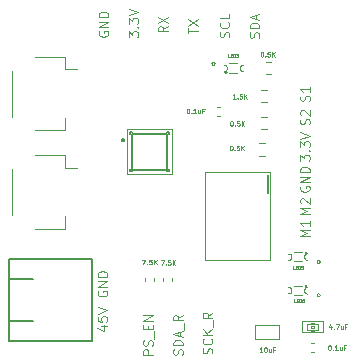
<source format=gbr>
%TF.GenerationSoftware,Flux,Pcbnew,7.0.11-7.0.11~ubuntu20.04.1*%
%TF.CreationDate,2025-02-06T22:25:38+00:00*%
%TF.ProjectId,input,696e7075-742e-46b6-9963-61645f706362,rev?*%
%TF.SameCoordinates,Original*%
%TF.FileFunction,Legend,Top*%
%TF.FilePolarity,Positive*%
%FSLAX46Y46*%
G04 Gerber Fmt 4.6, Leading zero omitted, Abs format (unit mm)*
G04 Filename: driverv4release*
G04 Build it with Flux! Visit our site at: https://www.flux.ai (PCBNEW 7.0.11-7.0.11~ubuntu20.04.1) date 2025-02-06 22:25:38*
%MOMM*%
%LPD*%
G01*
G04 APERTURE LIST*
%ADD10C,0.095000*%
%ADD11C,0.030448*%
%ADD12C,0.030429*%
%ADD13C,0.023750*%
%ADD14C,0.120650*%
%ADD15C,0.047500*%
%ADD16C,0.101600*%
%ADD17C,0.050800*%
%ADD18C,0.100000*%
%ADD19C,0.120000*%
%ADD20C,0.050000*%
%ADD21C,0.200000*%
%ADD22C,0.127000*%
G04 APERTURE END LIST*
D10*
X11661255Y-2188223D02*
X10861255Y-2188223D01*
X10861255Y-2188223D02*
X11432683Y-1921557D01*
X11432683Y-1921557D02*
X10861255Y-1654890D01*
X10861255Y-1654890D02*
X11661255Y-1654890D01*
X11661255Y-854890D02*
X11661255Y-1312033D01*
X11661255Y-1083461D02*
X10861255Y-1083461D01*
X10861255Y-1083461D02*
X10975540Y-1159652D01*
X10975540Y-1159652D02*
X11051731Y-1235842D01*
X11051731Y-1235842D02*
X11089826Y-1312033D01*
X11661255Y-283461D02*
X10861255Y-283461D01*
X10861255Y-283461D02*
X11432683Y-16795D01*
X11432683Y-16795D02*
X10861255Y249871D01*
X10861255Y249871D02*
X11661255Y249871D01*
X10937445Y592728D02*
X10899350Y630824D01*
X10899350Y630824D02*
X10861255Y707014D01*
X10861255Y707014D02*
X10861255Y897490D01*
X10861255Y897490D02*
X10899350Y973681D01*
X10899350Y973681D02*
X10937445Y1011776D01*
X10937445Y1011776D02*
X11013636Y1049871D01*
X11013636Y1049871D02*
X11089826Y1049871D01*
X11089826Y1049871D02*
X11204112Y1011776D01*
X11204112Y1011776D02*
X11661255Y554633D01*
X11661255Y554633D02*
X11661255Y1049871D01*
X10899350Y2040347D02*
X10861255Y1964157D01*
X10861255Y1964157D02*
X10861255Y1849871D01*
X10861255Y1849871D02*
X10899350Y1735585D01*
X10899350Y1735585D02*
X10975540Y1659395D01*
X10975540Y1659395D02*
X11051731Y1621300D01*
X11051731Y1621300D02*
X11204112Y1583204D01*
X11204112Y1583204D02*
X11318398Y1583204D01*
X11318398Y1583204D02*
X11470779Y1621300D01*
X11470779Y1621300D02*
X11546969Y1659395D01*
X11546969Y1659395D02*
X11623160Y1735585D01*
X11623160Y1735585D02*
X11661255Y1849871D01*
X11661255Y1849871D02*
X11661255Y1926062D01*
X11661255Y1926062D02*
X11623160Y2040347D01*
X11623160Y2040347D02*
X11585064Y2078443D01*
X11585064Y2078443D02*
X11318398Y2078443D01*
X11318398Y2078443D02*
X11318398Y1926062D01*
X11661255Y2421300D02*
X10861255Y2421300D01*
X10861255Y2421300D02*
X11661255Y2878443D01*
X11661255Y2878443D02*
X10861255Y2878443D01*
X11661255Y3259395D02*
X10861255Y3259395D01*
X10861255Y3259395D02*
X10861255Y3449871D01*
X10861255Y3449871D02*
X10899350Y3564157D01*
X10899350Y3564157D02*
X10975540Y3640347D01*
X10975540Y3640347D02*
X11051731Y3678442D01*
X11051731Y3678442D02*
X11204112Y3716538D01*
X11204112Y3716538D02*
X11318398Y3716538D01*
X11318398Y3716538D02*
X11470779Y3678442D01*
X11470779Y3678442D02*
X11546969Y3640347D01*
X11546969Y3640347D02*
X11623160Y3564157D01*
X11623160Y3564157D02*
X11661255Y3449871D01*
X11661255Y3449871D02*
X11661255Y3259395D01*
X10861255Y4211775D02*
X10861255Y4707013D01*
X10861255Y4707013D02*
X11166017Y4440347D01*
X11166017Y4440347D02*
X11166017Y4554632D01*
X11166017Y4554632D02*
X11204112Y4630823D01*
X11204112Y4630823D02*
X11242207Y4668918D01*
X11242207Y4668918D02*
X11318398Y4707013D01*
X11318398Y4707013D02*
X11508874Y4707013D01*
X11508874Y4707013D02*
X11585064Y4668918D01*
X11585064Y4668918D02*
X11623160Y4630823D01*
X11623160Y4630823D02*
X11661255Y4554632D01*
X11661255Y4554632D02*
X11661255Y4326061D01*
X11661255Y4326061D02*
X11623160Y4249870D01*
X11623160Y4249870D02*
X11585064Y4211775D01*
X11585064Y5049871D02*
X11623160Y5087966D01*
X11623160Y5087966D02*
X11661255Y5049871D01*
X11661255Y5049871D02*
X11623160Y5011775D01*
X11623160Y5011775D02*
X11585064Y5049871D01*
X11585064Y5049871D02*
X11661255Y5049871D01*
X10861255Y5354632D02*
X10861255Y5849870D01*
X10861255Y5849870D02*
X11166017Y5583204D01*
X11166017Y5583204D02*
X11166017Y5697489D01*
X11166017Y5697489D02*
X11204112Y5773680D01*
X11204112Y5773680D02*
X11242207Y5811775D01*
X11242207Y5811775D02*
X11318398Y5849870D01*
X11318398Y5849870D02*
X11508874Y5849870D01*
X11508874Y5849870D02*
X11585064Y5811775D01*
X11585064Y5811775D02*
X11623160Y5773680D01*
X11623160Y5773680D02*
X11661255Y5697489D01*
X11661255Y5697489D02*
X11661255Y5468918D01*
X11661255Y5468918D02*
X11623160Y5392727D01*
X11623160Y5392727D02*
X11585064Y5354632D01*
X10861255Y6078442D02*
X11661255Y6345109D01*
X11661255Y6345109D02*
X10861255Y6611775D01*
X11623160Y7297488D02*
X11661255Y7411774D01*
X11661255Y7411774D02*
X11661255Y7602250D01*
X11661255Y7602250D02*
X11623160Y7678441D01*
X11623160Y7678441D02*
X11585064Y7716536D01*
X11585064Y7716536D02*
X11508874Y7754631D01*
X11508874Y7754631D02*
X11432683Y7754631D01*
X11432683Y7754631D02*
X11356493Y7716536D01*
X11356493Y7716536D02*
X11318398Y7678441D01*
X11318398Y7678441D02*
X11280302Y7602250D01*
X11280302Y7602250D02*
X11242207Y7449869D01*
X11242207Y7449869D02*
X11204112Y7373679D01*
X11204112Y7373679D02*
X11166017Y7335584D01*
X11166017Y7335584D02*
X11089826Y7297488D01*
X11089826Y7297488D02*
X11013636Y7297488D01*
X11013636Y7297488D02*
X10937445Y7335584D01*
X10937445Y7335584D02*
X10899350Y7373679D01*
X10899350Y7373679D02*
X10861255Y7449869D01*
X10861255Y7449869D02*
X10861255Y7640346D01*
X10861255Y7640346D02*
X10899350Y7754631D01*
X10937445Y8059393D02*
X10899350Y8097489D01*
X10899350Y8097489D02*
X10861255Y8173679D01*
X10861255Y8173679D02*
X10861255Y8364155D01*
X10861255Y8364155D02*
X10899350Y8440346D01*
X10899350Y8440346D02*
X10937445Y8478441D01*
X10937445Y8478441D02*
X11013636Y8516536D01*
X11013636Y8516536D02*
X11089826Y8516536D01*
X11089826Y8516536D02*
X11204112Y8478441D01*
X11204112Y8478441D02*
X11661255Y8021298D01*
X11661255Y8021298D02*
X11661255Y8516536D01*
X11623160Y9278440D02*
X11661255Y9392726D01*
X11661255Y9392726D02*
X11661255Y9583202D01*
X11661255Y9583202D02*
X11623160Y9659393D01*
X11623160Y9659393D02*
X11585064Y9697488D01*
X11585064Y9697488D02*
X11508874Y9735583D01*
X11508874Y9735583D02*
X11432683Y9735583D01*
X11432683Y9735583D02*
X11356493Y9697488D01*
X11356493Y9697488D02*
X11318398Y9659393D01*
X11318398Y9659393D02*
X11280302Y9583202D01*
X11280302Y9583202D02*
X11242207Y9430821D01*
X11242207Y9430821D02*
X11204112Y9354631D01*
X11204112Y9354631D02*
X11166017Y9316536D01*
X11166017Y9316536D02*
X11089826Y9278440D01*
X11089826Y9278440D02*
X11013636Y9278440D01*
X11013636Y9278440D02*
X10937445Y9316536D01*
X10937445Y9316536D02*
X10899350Y9354631D01*
X10899350Y9354631D02*
X10861255Y9430821D01*
X10861255Y9430821D02*
X10861255Y9621298D01*
X10861255Y9621298D02*
X10899350Y9735583D01*
X11661255Y10497488D02*
X11661255Y10040345D01*
X11661255Y10268917D02*
X10861255Y10268917D01*
X10861255Y10268917D02*
X10975540Y10192726D01*
X10975540Y10192726D02*
X11051731Y10116536D01*
X11051731Y10116536D02*
X11089826Y10040345D01*
X1382855Y15005390D02*
X1382855Y15462533D01*
X2182855Y15233961D02*
X1382855Y15233961D01*
X1382855Y15653009D02*
X2182855Y16186343D01*
X1382855Y16186343D02*
X2182855Y15653009D01*
X3374960Y-12103919D02*
X3413055Y-11989633D01*
X3413055Y-11989633D02*
X3413055Y-11799157D01*
X3413055Y-11799157D02*
X3374960Y-11722966D01*
X3374960Y-11722966D02*
X3336864Y-11684871D01*
X3336864Y-11684871D02*
X3260674Y-11646776D01*
X3260674Y-11646776D02*
X3184483Y-11646776D01*
X3184483Y-11646776D02*
X3108293Y-11684871D01*
X3108293Y-11684871D02*
X3070198Y-11722966D01*
X3070198Y-11722966D02*
X3032102Y-11799157D01*
X3032102Y-11799157D02*
X2994007Y-11951538D01*
X2994007Y-11951538D02*
X2955912Y-12027728D01*
X2955912Y-12027728D02*
X2917817Y-12065823D01*
X2917817Y-12065823D02*
X2841626Y-12103919D01*
X2841626Y-12103919D02*
X2765436Y-12103919D01*
X2765436Y-12103919D02*
X2689245Y-12065823D01*
X2689245Y-12065823D02*
X2651150Y-12027728D01*
X2651150Y-12027728D02*
X2613055Y-11951538D01*
X2613055Y-11951538D02*
X2613055Y-11761061D01*
X2613055Y-11761061D02*
X2651150Y-11646776D01*
X3336864Y-10846775D02*
X3374960Y-10884871D01*
X3374960Y-10884871D02*
X3413055Y-10999156D01*
X3413055Y-10999156D02*
X3413055Y-11075347D01*
X3413055Y-11075347D02*
X3374960Y-11189633D01*
X3374960Y-11189633D02*
X3298769Y-11265823D01*
X3298769Y-11265823D02*
X3222579Y-11303918D01*
X3222579Y-11303918D02*
X3070198Y-11342014D01*
X3070198Y-11342014D02*
X2955912Y-11342014D01*
X2955912Y-11342014D02*
X2803531Y-11303918D01*
X2803531Y-11303918D02*
X2727340Y-11265823D01*
X2727340Y-11265823D02*
X2651150Y-11189633D01*
X2651150Y-11189633D02*
X2613055Y-11075347D01*
X2613055Y-11075347D02*
X2613055Y-10999156D01*
X2613055Y-10999156D02*
X2651150Y-10884871D01*
X2651150Y-10884871D02*
X2689245Y-10846775D01*
X3413055Y-10503918D02*
X2613055Y-10503918D01*
X3413055Y-10046775D02*
X2955912Y-10389633D01*
X2613055Y-10046775D02*
X3070198Y-10503918D01*
X3489245Y-9894395D02*
X3489245Y-9284871D01*
X3413055Y-8637251D02*
X3032102Y-8903918D01*
X3413055Y-9094394D02*
X2613055Y-9094394D01*
X2613055Y-9094394D02*
X2613055Y-8789632D01*
X2613055Y-8789632D02*
X2651150Y-8713442D01*
X2651150Y-8713442D02*
X2689245Y-8675347D01*
X2689245Y-8675347D02*
X2765436Y-8637251D01*
X2765436Y-8637251D02*
X2879721Y-8637251D01*
X2879721Y-8637251D02*
X2955912Y-8675347D01*
X2955912Y-8675347D02*
X2994007Y-8713442D01*
X2994007Y-8713442D02*
X3032102Y-8789632D01*
X3032102Y-8789632D02*
X3032102Y-9094394D01*
X-6005278Y-9793266D02*
X-5471944Y-9793266D01*
X-6310040Y-9983742D02*
X-5738611Y-10174219D01*
X-5738611Y-10174219D02*
X-5738611Y-9678980D01*
X-6271944Y-8993266D02*
X-6271944Y-9374218D01*
X-6271944Y-9374218D02*
X-5890992Y-9412314D01*
X-5890992Y-9412314D02*
X-5929087Y-9374218D01*
X-5929087Y-9374218D02*
X-5967182Y-9298028D01*
X-5967182Y-9298028D02*
X-5967182Y-9107552D01*
X-5967182Y-9107552D02*
X-5929087Y-9031361D01*
X-5929087Y-9031361D02*
X-5890992Y-8993266D01*
X-5890992Y-8993266D02*
X-5814801Y-8955171D01*
X-5814801Y-8955171D02*
X-5624325Y-8955171D01*
X-5624325Y-8955171D02*
X-5548135Y-8993266D01*
X-5548135Y-8993266D02*
X-5510040Y-9031361D01*
X-5510040Y-9031361D02*
X-5471944Y-9107552D01*
X-5471944Y-9107552D02*
X-5471944Y-9298028D01*
X-5471944Y-9298028D02*
X-5510040Y-9374218D01*
X-5510040Y-9374218D02*
X-5548135Y-9412314D01*
X-6271944Y-8726599D02*
X-5471944Y-8459932D01*
X-5471944Y-8459932D02*
X-6271944Y-8193266D01*
X-6233849Y-6821839D02*
X-6271944Y-6898029D01*
X-6271944Y-6898029D02*
X-6271944Y-7012315D01*
X-6271944Y-7012315D02*
X-6233849Y-7126601D01*
X-6233849Y-7126601D02*
X-6157659Y-7202791D01*
X-6157659Y-7202791D02*
X-6081468Y-7240886D01*
X-6081468Y-7240886D02*
X-5929087Y-7278982D01*
X-5929087Y-7278982D02*
X-5814801Y-7278982D01*
X-5814801Y-7278982D02*
X-5662420Y-7240886D01*
X-5662420Y-7240886D02*
X-5586230Y-7202791D01*
X-5586230Y-7202791D02*
X-5510040Y-7126601D01*
X-5510040Y-7126601D02*
X-5471944Y-7012315D01*
X-5471944Y-7012315D02*
X-5471944Y-6936124D01*
X-5471944Y-6936124D02*
X-5510040Y-6821839D01*
X-5510040Y-6821839D02*
X-5548135Y-6783743D01*
X-5548135Y-6783743D02*
X-5814801Y-6783743D01*
X-5814801Y-6783743D02*
X-5814801Y-6936124D01*
X-5471944Y-6440886D02*
X-6271944Y-6440886D01*
X-6271944Y-6440886D02*
X-5471944Y-5983743D01*
X-5471944Y-5983743D02*
X-6271944Y-5983743D01*
X-5471944Y-5602791D02*
X-6271944Y-5602791D01*
X-6271944Y-5602791D02*
X-6271944Y-5412315D01*
X-6271944Y-5412315D02*
X-6233849Y-5298029D01*
X-6233849Y-5298029D02*
X-6157659Y-5221839D01*
X-6157659Y-5221839D02*
X-6081468Y-5183744D01*
X-6081468Y-5183744D02*
X-5929087Y-5145648D01*
X-5929087Y-5145648D02*
X-5814801Y-5145648D01*
X-5814801Y-5145648D02*
X-5662420Y-5183744D01*
X-5662420Y-5183744D02*
X-5586230Y-5221839D01*
X-5586230Y-5221839D02*
X-5510040Y-5298029D01*
X-5510040Y-5298029D02*
X-5471944Y-5412315D01*
X-5471944Y-5412315D02*
X-5471944Y-5602791D01*
X881360Y-12207519D02*
X919455Y-12093233D01*
X919455Y-12093233D02*
X919455Y-11902757D01*
X919455Y-11902757D02*
X881360Y-11826566D01*
X881360Y-11826566D02*
X843264Y-11788471D01*
X843264Y-11788471D02*
X767074Y-11750376D01*
X767074Y-11750376D02*
X690883Y-11750376D01*
X690883Y-11750376D02*
X614693Y-11788471D01*
X614693Y-11788471D02*
X576598Y-11826566D01*
X576598Y-11826566D02*
X538502Y-11902757D01*
X538502Y-11902757D02*
X500407Y-12055138D01*
X500407Y-12055138D02*
X462312Y-12131328D01*
X462312Y-12131328D02*
X424217Y-12169423D01*
X424217Y-12169423D02*
X348026Y-12207519D01*
X348026Y-12207519D02*
X271836Y-12207519D01*
X271836Y-12207519D02*
X195645Y-12169423D01*
X195645Y-12169423D02*
X157550Y-12131328D01*
X157550Y-12131328D02*
X119455Y-12055138D01*
X119455Y-12055138D02*
X119455Y-11864661D01*
X119455Y-11864661D02*
X157550Y-11750376D01*
X919455Y-11407518D02*
X119455Y-11407518D01*
X119455Y-11407518D02*
X119455Y-11217042D01*
X119455Y-11217042D02*
X157550Y-11102756D01*
X157550Y-11102756D02*
X233740Y-11026566D01*
X233740Y-11026566D02*
X309931Y-10988471D01*
X309931Y-10988471D02*
X462312Y-10950375D01*
X462312Y-10950375D02*
X576598Y-10950375D01*
X576598Y-10950375D02*
X728979Y-10988471D01*
X728979Y-10988471D02*
X805169Y-11026566D01*
X805169Y-11026566D02*
X881360Y-11102756D01*
X881360Y-11102756D02*
X919455Y-11217042D01*
X919455Y-11217042D02*
X919455Y-11407518D01*
X690883Y-10645614D02*
X690883Y-10264661D01*
X919455Y-10721804D02*
X119455Y-10455137D01*
X119455Y-10455137D02*
X919455Y-10188471D01*
X995645Y-10112281D02*
X995645Y-9502757D01*
X919455Y-8855137D02*
X538502Y-9121804D01*
X919455Y-9312280D02*
X119455Y-9312280D01*
X119455Y-9312280D02*
X119455Y-9007518D01*
X119455Y-9007518D02*
X157550Y-8931328D01*
X157550Y-8931328D02*
X195645Y-8893233D01*
X195645Y-8893233D02*
X271836Y-8855137D01*
X271836Y-8855137D02*
X386121Y-8855137D01*
X386121Y-8855137D02*
X462312Y-8893233D01*
X462312Y-8893233D02*
X500407Y-8931328D01*
X500407Y-8931328D02*
X538502Y-9007518D01*
X538502Y-9007518D02*
X538502Y-9312280D01*
X-1604844Y-12213923D02*
X-2404844Y-12213923D01*
X-2404844Y-12213923D02*
X-2404844Y-11909161D01*
X-2404844Y-11909161D02*
X-2366749Y-11832971D01*
X-2366749Y-11832971D02*
X-2328654Y-11794876D01*
X-2328654Y-11794876D02*
X-2252463Y-11756780D01*
X-2252463Y-11756780D02*
X-2138178Y-11756780D01*
X-2138178Y-11756780D02*
X-2061987Y-11794876D01*
X-2061987Y-11794876D02*
X-2023892Y-11832971D01*
X-2023892Y-11832971D02*
X-1985797Y-11909161D01*
X-1985797Y-11909161D02*
X-1985797Y-12213923D01*
X-1642940Y-11452019D02*
X-1604844Y-11337733D01*
X-1604844Y-11337733D02*
X-1604844Y-11147257D01*
X-1604844Y-11147257D02*
X-1642940Y-11071066D01*
X-1642940Y-11071066D02*
X-1681035Y-11032971D01*
X-1681035Y-11032971D02*
X-1757225Y-10994876D01*
X-1757225Y-10994876D02*
X-1833416Y-10994876D01*
X-1833416Y-10994876D02*
X-1909606Y-11032971D01*
X-1909606Y-11032971D02*
X-1947701Y-11071066D01*
X-1947701Y-11071066D02*
X-1985797Y-11147257D01*
X-1985797Y-11147257D02*
X-2023892Y-11299638D01*
X-2023892Y-11299638D02*
X-2061987Y-11375828D01*
X-2061987Y-11375828D02*
X-2100082Y-11413923D01*
X-2100082Y-11413923D02*
X-2176273Y-11452019D01*
X-2176273Y-11452019D02*
X-2252463Y-11452019D01*
X-2252463Y-11452019D02*
X-2328654Y-11413923D01*
X-2328654Y-11413923D02*
X-2366749Y-11375828D01*
X-2366749Y-11375828D02*
X-2404844Y-11299638D01*
X-2404844Y-11299638D02*
X-2404844Y-11109161D01*
X-2404844Y-11109161D02*
X-2366749Y-10994876D01*
X-1528654Y-10842495D02*
X-1528654Y-10232971D01*
X-2023892Y-10042494D02*
X-2023892Y-9775828D01*
X-1604844Y-9661542D02*
X-1604844Y-10042494D01*
X-1604844Y-10042494D02*
X-2404844Y-10042494D01*
X-2404844Y-10042494D02*
X-2404844Y-9661542D01*
X-1604844Y-9318684D02*
X-2404844Y-9318684D01*
X-2404844Y-9318684D02*
X-1604844Y-8861541D01*
X-1604844Y-8861541D02*
X-2404844Y-8861541D01*
X-360844Y15616019D02*
X-741797Y15349352D01*
X-360844Y15158876D02*
X-1160844Y15158876D01*
X-1160844Y15158876D02*
X-1160844Y15463638D01*
X-1160844Y15463638D02*
X-1122749Y15539828D01*
X-1122749Y15539828D02*
X-1084654Y15577923D01*
X-1084654Y15577923D02*
X-1008463Y15616019D01*
X-1008463Y15616019D02*
X-894178Y15616019D01*
X-894178Y15616019D02*
X-817987Y15577923D01*
X-817987Y15577923D02*
X-779892Y15539828D01*
X-779892Y15539828D02*
X-741797Y15463638D01*
X-741797Y15463638D02*
X-741797Y15158876D01*
X-1160844Y15882685D02*
X-360844Y16416019D01*
X-1160844Y16416019D02*
X-360844Y15882685D01*
X-3651044Y14666585D02*
X-3651044Y15161823D01*
X-3651044Y15161823D02*
X-3346282Y14895157D01*
X-3346282Y14895157D02*
X-3346282Y15009442D01*
X-3346282Y15009442D02*
X-3308187Y15085633D01*
X-3308187Y15085633D02*
X-3270092Y15123728D01*
X-3270092Y15123728D02*
X-3193901Y15161823D01*
X-3193901Y15161823D02*
X-3003425Y15161823D01*
X-3003425Y15161823D02*
X-2927235Y15123728D01*
X-2927235Y15123728D02*
X-2889140Y15085633D01*
X-2889140Y15085633D02*
X-2851044Y15009442D01*
X-2851044Y15009442D02*
X-2851044Y14780871D01*
X-2851044Y14780871D02*
X-2889140Y14704680D01*
X-2889140Y14704680D02*
X-2927235Y14666585D01*
X-2927235Y15504681D02*
X-2889140Y15542776D01*
X-2889140Y15542776D02*
X-2851044Y15504681D01*
X-2851044Y15504681D02*
X-2889140Y15466585D01*
X-2889140Y15466585D02*
X-2927235Y15504681D01*
X-2927235Y15504681D02*
X-2851044Y15504681D01*
X-3651044Y15809442D02*
X-3651044Y16304680D01*
X-3651044Y16304680D02*
X-3346282Y16038014D01*
X-3346282Y16038014D02*
X-3346282Y16152299D01*
X-3346282Y16152299D02*
X-3308187Y16228490D01*
X-3308187Y16228490D02*
X-3270092Y16266585D01*
X-3270092Y16266585D02*
X-3193901Y16304680D01*
X-3193901Y16304680D02*
X-3003425Y16304680D01*
X-3003425Y16304680D02*
X-2927235Y16266585D01*
X-2927235Y16266585D02*
X-2889140Y16228490D01*
X-2889140Y16228490D02*
X-2851044Y16152299D01*
X-2851044Y16152299D02*
X-2851044Y15923728D01*
X-2851044Y15923728D02*
X-2889140Y15847537D01*
X-2889140Y15847537D02*
X-2927235Y15809442D01*
X-3651044Y16533252D02*
X-2851044Y16799919D01*
X-2851044Y16799919D02*
X-3651044Y17066585D01*
X4823860Y14681680D02*
X4861955Y14795966D01*
X4861955Y14795966D02*
X4861955Y14986442D01*
X4861955Y14986442D02*
X4823860Y15062633D01*
X4823860Y15062633D02*
X4785764Y15100728D01*
X4785764Y15100728D02*
X4709574Y15138823D01*
X4709574Y15138823D02*
X4633383Y15138823D01*
X4633383Y15138823D02*
X4557193Y15100728D01*
X4557193Y15100728D02*
X4519098Y15062633D01*
X4519098Y15062633D02*
X4481002Y14986442D01*
X4481002Y14986442D02*
X4442907Y14834061D01*
X4442907Y14834061D02*
X4404812Y14757871D01*
X4404812Y14757871D02*
X4366717Y14719776D01*
X4366717Y14719776D02*
X4290526Y14681680D01*
X4290526Y14681680D02*
X4214336Y14681680D01*
X4214336Y14681680D02*
X4138145Y14719776D01*
X4138145Y14719776D02*
X4100050Y14757871D01*
X4100050Y14757871D02*
X4061955Y14834061D01*
X4061955Y14834061D02*
X4061955Y15024538D01*
X4061955Y15024538D02*
X4100050Y15138823D01*
X4785764Y15938824D02*
X4823860Y15900728D01*
X4823860Y15900728D02*
X4861955Y15786443D01*
X4861955Y15786443D02*
X4861955Y15710252D01*
X4861955Y15710252D02*
X4823860Y15595966D01*
X4823860Y15595966D02*
X4747669Y15519776D01*
X4747669Y15519776D02*
X4671479Y15481681D01*
X4671479Y15481681D02*
X4519098Y15443585D01*
X4519098Y15443585D02*
X4404812Y15443585D01*
X4404812Y15443585D02*
X4252431Y15481681D01*
X4252431Y15481681D02*
X4176240Y15519776D01*
X4176240Y15519776D02*
X4100050Y15595966D01*
X4100050Y15595966D02*
X4061955Y15710252D01*
X4061955Y15710252D02*
X4061955Y15786443D01*
X4061955Y15786443D02*
X4100050Y15900728D01*
X4100050Y15900728D02*
X4138145Y15938824D01*
X4861955Y16662633D02*
X4861955Y16281681D01*
X4861955Y16281681D02*
X4061955Y16281681D01*
X-6148749Y15158723D02*
X-6186844Y15082533D01*
X-6186844Y15082533D02*
X-6186844Y14968247D01*
X-6186844Y14968247D02*
X-6148749Y14853961D01*
X-6148749Y14853961D02*
X-6072559Y14777771D01*
X-6072559Y14777771D02*
X-5996368Y14739676D01*
X-5996368Y14739676D02*
X-5843987Y14701580D01*
X-5843987Y14701580D02*
X-5729701Y14701580D01*
X-5729701Y14701580D02*
X-5577320Y14739676D01*
X-5577320Y14739676D02*
X-5501130Y14777771D01*
X-5501130Y14777771D02*
X-5424940Y14853961D01*
X-5424940Y14853961D02*
X-5386844Y14968247D01*
X-5386844Y14968247D02*
X-5386844Y15044438D01*
X-5386844Y15044438D02*
X-5424940Y15158723D01*
X-5424940Y15158723D02*
X-5463035Y15196819D01*
X-5463035Y15196819D02*
X-5729701Y15196819D01*
X-5729701Y15196819D02*
X-5729701Y15044438D01*
X-5386844Y15539676D02*
X-6186844Y15539676D01*
X-6186844Y15539676D02*
X-5386844Y15996819D01*
X-5386844Y15996819D02*
X-6186844Y15996819D01*
X-5386844Y16377771D02*
X-6186844Y16377771D01*
X-6186844Y16377771D02*
X-6186844Y16568247D01*
X-6186844Y16568247D02*
X-6148749Y16682533D01*
X-6148749Y16682533D02*
X-6072559Y16758723D01*
X-6072559Y16758723D02*
X-5996368Y16796818D01*
X-5996368Y16796818D02*
X-5843987Y16834914D01*
X-5843987Y16834914D02*
X-5729701Y16834914D01*
X-5729701Y16834914D02*
X-5577320Y16796818D01*
X-5577320Y16796818D02*
X-5501130Y16758723D01*
X-5501130Y16758723D02*
X-5424940Y16682533D01*
X-5424940Y16682533D02*
X-5386844Y16568247D01*
X-5386844Y16568247D02*
X-5386844Y16377771D01*
X7338060Y14613880D02*
X7376155Y14728166D01*
X7376155Y14728166D02*
X7376155Y14918642D01*
X7376155Y14918642D02*
X7338060Y14994833D01*
X7338060Y14994833D02*
X7299964Y15032928D01*
X7299964Y15032928D02*
X7223774Y15071023D01*
X7223774Y15071023D02*
X7147583Y15071023D01*
X7147583Y15071023D02*
X7071393Y15032928D01*
X7071393Y15032928D02*
X7033298Y14994833D01*
X7033298Y14994833D02*
X6995202Y14918642D01*
X6995202Y14918642D02*
X6957107Y14766261D01*
X6957107Y14766261D02*
X6919012Y14690071D01*
X6919012Y14690071D02*
X6880917Y14651976D01*
X6880917Y14651976D02*
X6804726Y14613880D01*
X6804726Y14613880D02*
X6728536Y14613880D01*
X6728536Y14613880D02*
X6652345Y14651976D01*
X6652345Y14651976D02*
X6614250Y14690071D01*
X6614250Y14690071D02*
X6576155Y14766261D01*
X6576155Y14766261D02*
X6576155Y14956738D01*
X6576155Y14956738D02*
X6614250Y15071023D01*
X7376155Y15413881D02*
X6576155Y15413881D01*
X6576155Y15413881D02*
X6576155Y15604357D01*
X6576155Y15604357D02*
X6614250Y15718643D01*
X6614250Y15718643D02*
X6690440Y15794833D01*
X6690440Y15794833D02*
X6766631Y15832928D01*
X6766631Y15832928D02*
X6919012Y15871024D01*
X6919012Y15871024D02*
X7033298Y15871024D01*
X7033298Y15871024D02*
X7185679Y15832928D01*
X7185679Y15832928D02*
X7261869Y15794833D01*
X7261869Y15794833D02*
X7338060Y15718643D01*
X7338060Y15718643D02*
X7376155Y15604357D01*
X7376155Y15604357D02*
X7376155Y15413881D01*
X7147583Y16175785D02*
X7147583Y16556738D01*
X7376155Y16099595D02*
X6576155Y16366262D01*
X6576155Y16366262D02*
X7376155Y16632928D01*
D11*
D12*
X10483153Y-7757558D02*
X10361134Y-7757558D01*
X10361134Y-7757558D02*
X10361134Y-7501318D01*
X10568566Y-7623337D02*
X10653979Y-7623337D01*
X10690585Y-7757558D02*
X10568566Y-7757558D01*
X10568566Y-7757558D02*
X10568566Y-7501318D01*
X10568566Y-7501318D02*
X10690585Y-7501318D01*
X10800402Y-7757558D02*
X10800402Y-7501318D01*
X10800402Y-7501318D02*
X10861412Y-7501318D01*
X10861412Y-7501318D02*
X10898017Y-7513520D01*
X10898017Y-7513520D02*
X10922421Y-7537924D01*
X10922421Y-7537924D02*
X10934623Y-7562328D01*
X10934623Y-7562328D02*
X10946825Y-7611136D01*
X10946825Y-7611136D02*
X10946825Y-7647741D01*
X10946825Y-7647741D02*
X10934623Y-7696549D01*
X10934623Y-7696549D02*
X10922421Y-7720953D01*
X10922421Y-7720953D02*
X10898017Y-7745357D01*
X10898017Y-7745357D02*
X10861412Y-7757558D01*
X10861412Y-7757558D02*
X10800402Y-7757558D01*
X11166459Y-7501318D02*
X11117652Y-7501318D01*
X11117652Y-7501318D02*
X11093248Y-7513520D01*
X11093248Y-7513520D02*
X11081046Y-7525722D01*
X11081046Y-7525722D02*
X11056642Y-7562328D01*
X11056642Y-7562328D02*
X11044440Y-7611136D01*
X11044440Y-7611136D02*
X11044440Y-7708751D01*
X11044440Y-7708751D02*
X11056642Y-7733155D01*
X11056642Y-7733155D02*
X11068844Y-7745357D01*
X11068844Y-7745357D02*
X11093248Y-7757558D01*
X11093248Y-7757558D02*
X11142055Y-7757558D01*
X11142055Y-7757558D02*
X11166459Y-7745357D01*
X11166459Y-7745357D02*
X11178661Y-7733155D01*
X11178661Y-7733155D02*
X11190863Y-7708751D01*
X11190863Y-7708751D02*
X11190863Y-7647741D01*
X11190863Y-7647741D02*
X11178661Y-7623337D01*
X11178661Y-7623337D02*
X11166459Y-7611136D01*
X11166459Y-7611136D02*
X11142055Y-7598934D01*
X11142055Y-7598934D02*
X11093248Y-7598934D01*
X11093248Y-7598934D02*
X11068844Y-7611136D01*
X11068844Y-7611136D02*
X11056642Y-7623337D01*
X11056642Y-7623337D02*
X11044440Y-7647741D01*
D10*
D13*
X11877466Y-9921641D02*
X11867942Y-9931165D01*
X11867942Y-9931165D02*
X11839371Y-9940688D01*
X11839371Y-9940688D02*
X11820323Y-9940688D01*
X11820323Y-9940688D02*
X11791752Y-9931165D01*
X11791752Y-9931165D02*
X11772704Y-9912117D01*
X11772704Y-9912117D02*
X11763181Y-9893069D01*
X11763181Y-9893069D02*
X11753657Y-9854974D01*
X11753657Y-9854974D02*
X11753657Y-9826403D01*
X11753657Y-9826403D02*
X11763181Y-9788307D01*
X11763181Y-9788307D02*
X11772704Y-9769260D01*
X11772704Y-9769260D02*
X11791752Y-9750212D01*
X11791752Y-9750212D02*
X11820323Y-9740688D01*
X11820323Y-9740688D02*
X11839371Y-9740688D01*
X11839371Y-9740688D02*
X11867942Y-9750212D01*
X11867942Y-9750212D02*
X11877466Y-9759736D01*
X11953657Y-9759736D02*
X11963181Y-9750212D01*
X11963181Y-9750212D02*
X11982228Y-9740688D01*
X11982228Y-9740688D02*
X12029847Y-9740688D01*
X12029847Y-9740688D02*
X12048895Y-9750212D01*
X12048895Y-9750212D02*
X12058419Y-9759736D01*
X12058419Y-9759736D02*
X12067942Y-9778784D01*
X12067942Y-9778784D02*
X12067942Y-9797831D01*
X12067942Y-9797831D02*
X12058419Y-9826403D01*
X12058419Y-9826403D02*
X11944133Y-9940688D01*
X11944133Y-9940688D02*
X12067942Y-9940688D01*
D11*
D12*
X4898655Y12996441D02*
X4776636Y12996441D01*
X4776636Y12996441D02*
X4776636Y13252681D01*
X4984068Y13130662D02*
X5069481Y13130662D01*
X5106087Y12996441D02*
X4984068Y12996441D01*
X4984068Y12996441D02*
X4984068Y13252681D01*
X4984068Y13252681D02*
X5106087Y13252681D01*
X5215904Y12996441D02*
X5215904Y13252681D01*
X5215904Y13252681D02*
X5276914Y13252681D01*
X5276914Y13252681D02*
X5313519Y13240479D01*
X5313519Y13240479D02*
X5337923Y13216075D01*
X5337923Y13216075D02*
X5350125Y13191671D01*
X5350125Y13191671D02*
X5362327Y13142863D01*
X5362327Y13142863D02*
X5362327Y13106258D01*
X5362327Y13106258D02*
X5350125Y13057450D01*
X5350125Y13057450D02*
X5337923Y13033046D01*
X5337923Y13033046D02*
X5313519Y13008643D01*
X5313519Y13008643D02*
X5276914Y12996441D01*
X5276914Y12996441D02*
X5215904Y12996441D01*
X5447740Y13252681D02*
X5606365Y13252681D01*
X5606365Y13252681D02*
X5520952Y13155065D01*
X5520952Y13155065D02*
X5557557Y13155065D01*
X5557557Y13155065D02*
X5581961Y13142863D01*
X5581961Y13142863D02*
X5594163Y13130662D01*
X5594163Y13130662D02*
X5606365Y13106258D01*
X5606365Y13106258D02*
X5606365Y13045248D01*
X5606365Y13045248D02*
X5594163Y13020844D01*
X5594163Y13020844D02*
X5581961Y13008643D01*
X5581961Y13008643D02*
X5557557Y12996441D01*
X5557557Y12996441D02*
X5484346Y12996441D01*
X5484346Y12996441D02*
X5459942Y13008643D01*
X5459942Y13008643D02*
X5447740Y13020844D01*
D10*
D11*
D12*
X10394053Y-4935658D02*
X10272034Y-4935658D01*
X10272034Y-4935658D02*
X10272034Y-4679418D01*
X10479466Y-4801437D02*
X10564879Y-4801437D01*
X10601485Y-4935658D02*
X10479466Y-4935658D01*
X10479466Y-4935658D02*
X10479466Y-4679418D01*
X10479466Y-4679418D02*
X10601485Y-4679418D01*
X10711302Y-4935658D02*
X10711302Y-4679418D01*
X10711302Y-4679418D02*
X10772312Y-4679418D01*
X10772312Y-4679418D02*
X10808917Y-4691620D01*
X10808917Y-4691620D02*
X10833321Y-4716024D01*
X10833321Y-4716024D02*
X10845523Y-4740428D01*
X10845523Y-4740428D02*
X10857725Y-4789236D01*
X10857725Y-4789236D02*
X10857725Y-4825841D01*
X10857725Y-4825841D02*
X10845523Y-4874649D01*
X10845523Y-4874649D02*
X10833321Y-4899053D01*
X10833321Y-4899053D02*
X10808917Y-4923457D01*
X10808917Y-4923457D02*
X10772312Y-4935658D01*
X10772312Y-4935658D02*
X10711302Y-4935658D01*
X11089561Y-4679418D02*
X10967542Y-4679418D01*
X10967542Y-4679418D02*
X10955340Y-4801437D01*
X10955340Y-4801437D02*
X10967542Y-4789236D01*
X10967542Y-4789236D02*
X10991946Y-4777034D01*
X10991946Y-4777034D02*
X11052955Y-4777034D01*
X11052955Y-4777034D02*
X11077359Y-4789236D01*
X11077359Y-4789236D02*
X11089561Y-4801437D01*
X11089561Y-4801437D02*
X11101763Y-4825841D01*
X11101763Y-4825841D02*
X11101763Y-4886851D01*
X11101763Y-4886851D02*
X11089561Y-4911255D01*
X11089561Y-4911255D02*
X11077359Y-4923457D01*
X11077359Y-4923457D02*
X11052955Y-4935658D01*
X11052955Y-4935658D02*
X10991946Y-4935658D01*
X10991946Y-4935658D02*
X10967542Y-4923457D01*
X10967542Y-4923457D02*
X10955340Y-4911255D01*
D10*
D14*
D10*
D15*
X1353478Y8613122D02*
X1391573Y8613122D01*
X1391573Y8613122D02*
X1429669Y8594074D01*
X1429669Y8594074D02*
X1448716Y8575027D01*
X1448716Y8575027D02*
X1467764Y8536931D01*
X1467764Y8536931D02*
X1486811Y8460741D01*
X1486811Y8460741D02*
X1486811Y8365503D01*
X1486811Y8365503D02*
X1467764Y8289312D01*
X1467764Y8289312D02*
X1448716Y8251217D01*
X1448716Y8251217D02*
X1429669Y8232170D01*
X1429669Y8232170D02*
X1391573Y8213122D01*
X1391573Y8213122D02*
X1353478Y8213122D01*
X1353478Y8213122D02*
X1315383Y8232170D01*
X1315383Y8232170D02*
X1296335Y8251217D01*
X1296335Y8251217D02*
X1277288Y8289312D01*
X1277288Y8289312D02*
X1258240Y8365503D01*
X1258240Y8365503D02*
X1258240Y8460741D01*
X1258240Y8460741D02*
X1277288Y8536931D01*
X1277288Y8536931D02*
X1296335Y8575027D01*
X1296335Y8575027D02*
X1315383Y8594074D01*
X1315383Y8594074D02*
X1353478Y8613122D01*
X1658240Y8251217D02*
X1677287Y8232170D01*
X1677287Y8232170D02*
X1658240Y8213122D01*
X1658240Y8213122D02*
X1639192Y8232170D01*
X1639192Y8232170D02*
X1658240Y8251217D01*
X1658240Y8251217D02*
X1658240Y8213122D01*
X2058239Y8213122D02*
X1829668Y8213122D01*
X1943954Y8213122D02*
X1943954Y8613122D01*
X1943954Y8613122D02*
X1905858Y8555979D01*
X1905858Y8555979D02*
X1867763Y8517884D01*
X1867763Y8517884D02*
X1829668Y8498836D01*
X2401096Y8479789D02*
X2401096Y8213122D01*
X2229668Y8479789D02*
X2229668Y8270265D01*
X2229668Y8270265D02*
X2248715Y8232170D01*
X2248715Y8232170D02*
X2286810Y8213122D01*
X2286810Y8213122D02*
X2343953Y8213122D01*
X2343953Y8213122D02*
X2382049Y8232170D01*
X2382049Y8232170D02*
X2401096Y8251217D01*
X2724906Y8422646D02*
X2591573Y8422646D01*
X2591573Y8213122D02*
X2591573Y8613122D01*
X2591573Y8613122D02*
X2782049Y8613122D01*
X13325378Y-11411477D02*
X13363473Y-11411477D01*
X13363473Y-11411477D02*
X13401569Y-11430525D01*
X13401569Y-11430525D02*
X13420616Y-11449572D01*
X13420616Y-11449572D02*
X13439664Y-11487668D01*
X13439664Y-11487668D02*
X13458711Y-11563858D01*
X13458711Y-11563858D02*
X13458711Y-11659096D01*
X13458711Y-11659096D02*
X13439664Y-11735287D01*
X13439664Y-11735287D02*
X13420616Y-11773382D01*
X13420616Y-11773382D02*
X13401569Y-11792430D01*
X13401569Y-11792430D02*
X13363473Y-11811477D01*
X13363473Y-11811477D02*
X13325378Y-11811477D01*
X13325378Y-11811477D02*
X13287283Y-11792430D01*
X13287283Y-11792430D02*
X13268235Y-11773382D01*
X13268235Y-11773382D02*
X13249188Y-11735287D01*
X13249188Y-11735287D02*
X13230140Y-11659096D01*
X13230140Y-11659096D02*
X13230140Y-11563858D01*
X13230140Y-11563858D02*
X13249188Y-11487668D01*
X13249188Y-11487668D02*
X13268235Y-11449572D01*
X13268235Y-11449572D02*
X13287283Y-11430525D01*
X13287283Y-11430525D02*
X13325378Y-11411477D01*
X13630140Y-11773382D02*
X13649187Y-11792430D01*
X13649187Y-11792430D02*
X13630140Y-11811477D01*
X13630140Y-11811477D02*
X13611092Y-11792430D01*
X13611092Y-11792430D02*
X13630140Y-11773382D01*
X13630140Y-11773382D02*
X13630140Y-11811477D01*
X14030139Y-11811477D02*
X13801568Y-11811477D01*
X13915854Y-11811477D02*
X13915854Y-11411477D01*
X13915854Y-11411477D02*
X13877758Y-11468620D01*
X13877758Y-11468620D02*
X13839663Y-11506715D01*
X13839663Y-11506715D02*
X13801568Y-11525763D01*
X14372996Y-11544810D02*
X14372996Y-11811477D01*
X14201568Y-11544810D02*
X14201568Y-11754334D01*
X14201568Y-11754334D02*
X14220615Y-11792430D01*
X14220615Y-11792430D02*
X14258710Y-11811477D01*
X14258710Y-11811477D02*
X14315853Y-11811477D01*
X14315853Y-11811477D02*
X14353949Y-11792430D01*
X14353949Y-11792430D02*
X14372996Y-11773382D01*
X14696806Y-11601953D02*
X14563473Y-11601953D01*
X14563473Y-11811477D02*
X14563473Y-11411477D01*
X14563473Y-11411477D02*
X14753949Y-11411477D01*
X13504816Y-9768610D02*
X13504816Y-10035277D01*
X13409578Y-9616230D02*
X13314340Y-9901944D01*
X13314340Y-9901944D02*
X13561959Y-9901944D01*
X13714340Y-9997182D02*
X13733387Y-10016230D01*
X13733387Y-10016230D02*
X13714340Y-10035277D01*
X13714340Y-10035277D02*
X13695292Y-10016230D01*
X13695292Y-10016230D02*
X13714340Y-9997182D01*
X13714340Y-9997182D02*
X13714340Y-10035277D01*
X13866720Y-9635277D02*
X14133387Y-9635277D01*
X14133387Y-9635277D02*
X13961958Y-10035277D01*
X14457196Y-9768610D02*
X14457196Y-10035277D01*
X14285768Y-9768610D02*
X14285768Y-9978134D01*
X14285768Y-9978134D02*
X14304815Y-10016230D01*
X14304815Y-10016230D02*
X14342910Y-10035277D01*
X14342910Y-10035277D02*
X14400053Y-10035277D01*
X14400053Y-10035277D02*
X14438149Y-10016230D01*
X14438149Y-10016230D02*
X14457196Y-9997182D01*
X14781006Y-9825753D02*
X14647673Y-9825753D01*
X14647673Y-10035277D02*
X14647673Y-9635277D01*
X14647673Y-9635277D02*
X14838149Y-9635277D01*
X7666511Y-11986077D02*
X7437940Y-11986077D01*
X7552226Y-11986077D02*
X7552226Y-11586077D01*
X7552226Y-11586077D02*
X7514130Y-11643220D01*
X7514130Y-11643220D02*
X7476035Y-11681315D01*
X7476035Y-11681315D02*
X7437940Y-11700363D01*
X7914130Y-11586077D02*
X7952225Y-11586077D01*
X7952225Y-11586077D02*
X7990321Y-11605125D01*
X7990321Y-11605125D02*
X8009368Y-11624172D01*
X8009368Y-11624172D02*
X8028416Y-11662268D01*
X8028416Y-11662268D02*
X8047463Y-11738458D01*
X8047463Y-11738458D02*
X8047463Y-11833696D01*
X8047463Y-11833696D02*
X8028416Y-11909887D01*
X8028416Y-11909887D02*
X8009368Y-11947982D01*
X8009368Y-11947982D02*
X7990321Y-11967030D01*
X7990321Y-11967030D02*
X7952225Y-11986077D01*
X7952225Y-11986077D02*
X7914130Y-11986077D01*
X7914130Y-11986077D02*
X7876035Y-11967030D01*
X7876035Y-11967030D02*
X7856987Y-11947982D01*
X7856987Y-11947982D02*
X7837940Y-11909887D01*
X7837940Y-11909887D02*
X7818892Y-11833696D01*
X7818892Y-11833696D02*
X7818892Y-11738458D01*
X7818892Y-11738458D02*
X7837940Y-11662268D01*
X7837940Y-11662268D02*
X7856987Y-11624172D01*
X7856987Y-11624172D02*
X7876035Y-11605125D01*
X7876035Y-11605125D02*
X7914130Y-11586077D01*
X8390320Y-11719410D02*
X8390320Y-11986077D01*
X8218892Y-11719410D02*
X8218892Y-11928934D01*
X8218892Y-11928934D02*
X8237939Y-11967030D01*
X8237939Y-11967030D02*
X8276034Y-11986077D01*
X8276034Y-11986077D02*
X8333177Y-11986077D01*
X8333177Y-11986077D02*
X8371273Y-11967030D01*
X8371273Y-11967030D02*
X8390320Y-11947982D01*
X8714130Y-11776553D02*
X8580797Y-11776553D01*
X8580797Y-11986077D02*
X8580797Y-11586077D01*
X8580797Y-11586077D02*
X8771273Y-11586077D01*
X7606878Y13436622D02*
X7644973Y13436622D01*
X7644973Y13436622D02*
X7683069Y13417574D01*
X7683069Y13417574D02*
X7702116Y13398527D01*
X7702116Y13398527D02*
X7721164Y13360431D01*
X7721164Y13360431D02*
X7740211Y13284241D01*
X7740211Y13284241D02*
X7740211Y13189003D01*
X7740211Y13189003D02*
X7721164Y13112812D01*
X7721164Y13112812D02*
X7702116Y13074717D01*
X7702116Y13074717D02*
X7683069Y13055670D01*
X7683069Y13055670D02*
X7644973Y13036622D01*
X7644973Y13036622D02*
X7606878Y13036622D01*
X7606878Y13036622D02*
X7568783Y13055670D01*
X7568783Y13055670D02*
X7549735Y13074717D01*
X7549735Y13074717D02*
X7530688Y13112812D01*
X7530688Y13112812D02*
X7511640Y13189003D01*
X7511640Y13189003D02*
X7511640Y13284241D01*
X7511640Y13284241D02*
X7530688Y13360431D01*
X7530688Y13360431D02*
X7549735Y13398527D01*
X7549735Y13398527D02*
X7568783Y13417574D01*
X7568783Y13417574D02*
X7606878Y13436622D01*
X7911640Y13074717D02*
X7930687Y13055670D01*
X7930687Y13055670D02*
X7911640Y13036622D01*
X7911640Y13036622D02*
X7892592Y13055670D01*
X7892592Y13055670D02*
X7911640Y13074717D01*
X7911640Y13074717D02*
X7911640Y13036622D01*
X8292592Y13436622D02*
X8102116Y13436622D01*
X8102116Y13436622D02*
X8083068Y13246146D01*
X8083068Y13246146D02*
X8102116Y13265193D01*
X8102116Y13265193D02*
X8140211Y13284241D01*
X8140211Y13284241D02*
X8235449Y13284241D01*
X8235449Y13284241D02*
X8273544Y13265193D01*
X8273544Y13265193D02*
X8292592Y13246146D01*
X8292592Y13246146D02*
X8311639Y13208050D01*
X8311639Y13208050D02*
X8311639Y13112812D01*
X8311639Y13112812D02*
X8292592Y13074717D01*
X8292592Y13074717D02*
X8273544Y13055670D01*
X8273544Y13055670D02*
X8235449Y13036622D01*
X8235449Y13036622D02*
X8140211Y13036622D01*
X8140211Y13036622D02*
X8102116Y13055670D01*
X8102116Y13055670D02*
X8083068Y13074717D01*
X8483068Y13036622D02*
X8483068Y13436622D01*
X8711639Y13036622D02*
X8540210Y13265193D01*
X8711639Y13436622D02*
X8483068Y13208050D01*
X5390611Y9474922D02*
X5162040Y9474922D01*
X5276326Y9474922D02*
X5276326Y9874922D01*
X5276326Y9874922D02*
X5238230Y9817779D01*
X5238230Y9817779D02*
X5200135Y9779684D01*
X5200135Y9779684D02*
X5162040Y9760636D01*
X5562040Y9513017D02*
X5581087Y9493970D01*
X5581087Y9493970D02*
X5562040Y9474922D01*
X5562040Y9474922D02*
X5542992Y9493970D01*
X5542992Y9493970D02*
X5562040Y9513017D01*
X5562040Y9513017D02*
X5562040Y9474922D01*
X5942992Y9874922D02*
X5752516Y9874922D01*
X5752516Y9874922D02*
X5733468Y9684446D01*
X5733468Y9684446D02*
X5752516Y9703493D01*
X5752516Y9703493D02*
X5790611Y9722541D01*
X5790611Y9722541D02*
X5885849Y9722541D01*
X5885849Y9722541D02*
X5923944Y9703493D01*
X5923944Y9703493D02*
X5942992Y9684446D01*
X5942992Y9684446D02*
X5962039Y9646350D01*
X5962039Y9646350D02*
X5962039Y9551112D01*
X5962039Y9551112D02*
X5942992Y9513017D01*
X5942992Y9513017D02*
X5923944Y9493970D01*
X5923944Y9493970D02*
X5885849Y9474922D01*
X5885849Y9474922D02*
X5790611Y9474922D01*
X5790611Y9474922D02*
X5752516Y9493970D01*
X5752516Y9493970D02*
X5733468Y9513017D01*
X6133468Y9474922D02*
X6133468Y9874922D01*
X6362039Y9474922D02*
X6190610Y9703493D01*
X6362039Y9874922D02*
X6133468Y9646350D01*
X5034078Y7588622D02*
X5072173Y7588622D01*
X5072173Y7588622D02*
X5110269Y7569574D01*
X5110269Y7569574D02*
X5129316Y7550527D01*
X5129316Y7550527D02*
X5148364Y7512431D01*
X5148364Y7512431D02*
X5167411Y7436241D01*
X5167411Y7436241D02*
X5167411Y7341003D01*
X5167411Y7341003D02*
X5148364Y7264812D01*
X5148364Y7264812D02*
X5129316Y7226717D01*
X5129316Y7226717D02*
X5110269Y7207670D01*
X5110269Y7207670D02*
X5072173Y7188622D01*
X5072173Y7188622D02*
X5034078Y7188622D01*
X5034078Y7188622D02*
X4995983Y7207670D01*
X4995983Y7207670D02*
X4976935Y7226717D01*
X4976935Y7226717D02*
X4957888Y7264812D01*
X4957888Y7264812D02*
X4938840Y7341003D01*
X4938840Y7341003D02*
X4938840Y7436241D01*
X4938840Y7436241D02*
X4957888Y7512431D01*
X4957888Y7512431D02*
X4976935Y7550527D01*
X4976935Y7550527D02*
X4995983Y7569574D01*
X4995983Y7569574D02*
X5034078Y7588622D01*
X5338840Y7226717D02*
X5357887Y7207670D01*
X5357887Y7207670D02*
X5338840Y7188622D01*
X5338840Y7188622D02*
X5319792Y7207670D01*
X5319792Y7207670D02*
X5338840Y7226717D01*
X5338840Y7226717D02*
X5338840Y7188622D01*
X5719792Y7588622D02*
X5529316Y7588622D01*
X5529316Y7588622D02*
X5510268Y7398146D01*
X5510268Y7398146D02*
X5529316Y7417193D01*
X5529316Y7417193D02*
X5567411Y7436241D01*
X5567411Y7436241D02*
X5662649Y7436241D01*
X5662649Y7436241D02*
X5700744Y7417193D01*
X5700744Y7417193D02*
X5719792Y7398146D01*
X5719792Y7398146D02*
X5738839Y7360050D01*
X5738839Y7360050D02*
X5738839Y7264812D01*
X5738839Y7264812D02*
X5719792Y7226717D01*
X5719792Y7226717D02*
X5700744Y7207670D01*
X5700744Y7207670D02*
X5662649Y7188622D01*
X5662649Y7188622D02*
X5567411Y7188622D01*
X5567411Y7188622D02*
X5529316Y7207670D01*
X5529316Y7207670D02*
X5510268Y7226717D01*
X5910268Y7188622D02*
X5910268Y7588622D01*
X6138839Y7188622D02*
X5967410Y7417193D01*
X6138839Y7588622D02*
X5910268Y7360050D01*
X5006778Y5496822D02*
X5044873Y5496822D01*
X5044873Y5496822D02*
X5082969Y5477774D01*
X5082969Y5477774D02*
X5102016Y5458727D01*
X5102016Y5458727D02*
X5121064Y5420631D01*
X5121064Y5420631D02*
X5140111Y5344441D01*
X5140111Y5344441D02*
X5140111Y5249203D01*
X5140111Y5249203D02*
X5121064Y5173012D01*
X5121064Y5173012D02*
X5102016Y5134917D01*
X5102016Y5134917D02*
X5082969Y5115870D01*
X5082969Y5115870D02*
X5044873Y5096822D01*
X5044873Y5096822D02*
X5006778Y5096822D01*
X5006778Y5096822D02*
X4968683Y5115870D01*
X4968683Y5115870D02*
X4949635Y5134917D01*
X4949635Y5134917D02*
X4930588Y5173012D01*
X4930588Y5173012D02*
X4911540Y5249203D01*
X4911540Y5249203D02*
X4911540Y5344441D01*
X4911540Y5344441D02*
X4930588Y5420631D01*
X4930588Y5420631D02*
X4949635Y5458727D01*
X4949635Y5458727D02*
X4968683Y5477774D01*
X4968683Y5477774D02*
X5006778Y5496822D01*
X5311540Y5134917D02*
X5330587Y5115870D01*
X5330587Y5115870D02*
X5311540Y5096822D01*
X5311540Y5096822D02*
X5292492Y5115870D01*
X5292492Y5115870D02*
X5311540Y5134917D01*
X5311540Y5134917D02*
X5311540Y5096822D01*
X5692492Y5496822D02*
X5502016Y5496822D01*
X5502016Y5496822D02*
X5482968Y5306346D01*
X5482968Y5306346D02*
X5502016Y5325393D01*
X5502016Y5325393D02*
X5540111Y5344441D01*
X5540111Y5344441D02*
X5635349Y5344441D01*
X5635349Y5344441D02*
X5673444Y5325393D01*
X5673444Y5325393D02*
X5692492Y5306346D01*
X5692492Y5306346D02*
X5711539Y5268250D01*
X5711539Y5268250D02*
X5711539Y5173012D01*
X5711539Y5173012D02*
X5692492Y5134917D01*
X5692492Y5134917D02*
X5673444Y5115870D01*
X5673444Y5115870D02*
X5635349Y5096822D01*
X5635349Y5096822D02*
X5540111Y5096822D01*
X5540111Y5096822D02*
X5502016Y5115870D01*
X5502016Y5115870D02*
X5482968Y5134917D01*
X5882968Y5096822D02*
X5882968Y5496822D01*
X6111539Y5096822D02*
X5940110Y5325393D01*
X6111539Y5496822D02*
X5882968Y5268250D01*
X-2514707Y-4155777D02*
X-2248040Y-4155777D01*
X-2248040Y-4155777D02*
X-2419469Y-4555777D01*
X-2095659Y-4517682D02*
X-2076612Y-4536730D01*
X-2076612Y-4536730D02*
X-2095659Y-4555777D01*
X-2095659Y-4555777D02*
X-2114707Y-4536730D01*
X-2114707Y-4536730D02*
X-2095659Y-4517682D01*
X-2095659Y-4517682D02*
X-2095659Y-4555777D01*
X-1714707Y-4155777D02*
X-1905183Y-4155777D01*
X-1905183Y-4155777D02*
X-1924231Y-4346253D01*
X-1924231Y-4346253D02*
X-1905183Y-4327206D01*
X-1905183Y-4327206D02*
X-1867088Y-4308158D01*
X-1867088Y-4308158D02*
X-1771850Y-4308158D01*
X-1771850Y-4308158D02*
X-1733755Y-4327206D01*
X-1733755Y-4327206D02*
X-1714707Y-4346253D01*
X-1714707Y-4346253D02*
X-1695660Y-4384349D01*
X-1695660Y-4384349D02*
X-1695660Y-4479587D01*
X-1695660Y-4479587D02*
X-1714707Y-4517682D01*
X-1714707Y-4517682D02*
X-1733755Y-4536730D01*
X-1733755Y-4536730D02*
X-1771850Y-4555777D01*
X-1771850Y-4555777D02*
X-1867088Y-4555777D01*
X-1867088Y-4555777D02*
X-1905183Y-4536730D01*
X-1905183Y-4536730D02*
X-1924231Y-4517682D01*
X-1524231Y-4555777D02*
X-1524231Y-4155777D01*
X-1295660Y-4555777D02*
X-1467089Y-4327206D01*
X-1295660Y-4155777D02*
X-1524231Y-4384349D01*
X-927507Y-4206877D02*
X-660840Y-4206877D01*
X-660840Y-4206877D02*
X-832269Y-4606877D01*
X-508459Y-4568782D02*
X-489412Y-4587830D01*
X-489412Y-4587830D02*
X-508459Y-4606877D01*
X-508459Y-4606877D02*
X-527507Y-4587830D01*
X-527507Y-4587830D02*
X-508459Y-4568782D01*
X-508459Y-4568782D02*
X-508459Y-4606877D01*
X-127507Y-4206877D02*
X-317983Y-4206877D01*
X-317983Y-4206877D02*
X-337031Y-4397353D01*
X-337031Y-4397353D02*
X-317983Y-4378306D01*
X-317983Y-4378306D02*
X-279888Y-4359258D01*
X-279888Y-4359258D02*
X-184650Y-4359258D01*
X-184650Y-4359258D02*
X-146555Y-4378306D01*
X-146555Y-4378306D02*
X-127507Y-4397353D01*
X-127507Y-4397353D02*
X-108460Y-4435449D01*
X-108460Y-4435449D02*
X-108460Y-4530687D01*
X-108460Y-4530687D02*
X-127507Y-4568782D01*
X-127507Y-4568782D02*
X-146555Y-4587830D01*
X-146555Y-4587830D02*
X-184650Y-4606877D01*
X-184650Y-4606877D02*
X-279888Y-4606877D01*
X-279888Y-4606877D02*
X-317983Y-4587830D01*
X-317983Y-4587830D02*
X-337031Y-4568782D01*
X62968Y-4606877D02*
X62968Y-4206877D01*
X291539Y-4606877D02*
X120110Y-4378306D01*
X291539Y-4206877D02*
X62968Y-4435449D01*
D16*
%TO.C,*%
X11480801Y-6451402D02*
X11443960Y-6456872D01*
X11443960Y-6456872D02*
X11408076Y-6466848D01*
X11408076Y-6466848D02*
X11373699Y-6481178D01*
X11373699Y-6481178D02*
X11341353Y-6499642D01*
X11341353Y-6499642D02*
X11311535Y-6521959D01*
X11311535Y-6521959D02*
X11284700Y-6547786D01*
X11284700Y-6547786D02*
X11261258Y-6576728D01*
X11261258Y-6576728D02*
X11241570Y-6608344D01*
X11241570Y-6608344D02*
X11225935Y-6642148D01*
X11225935Y-6642148D02*
X11214593Y-6677623D01*
X11214593Y-6677623D02*
X11207718Y-6714228D01*
X11207718Y-6714228D02*
X11205414Y-6751401D01*
X11205414Y-6751401D02*
X11207717Y-6788575D01*
X11207717Y-6788575D02*
X11214593Y-6825179D01*
X11214593Y-6825179D02*
X11225934Y-6860655D01*
X11225934Y-6860655D02*
X11241569Y-6894459D01*
X11241569Y-6894459D02*
X11261257Y-6926075D01*
X11261257Y-6926075D02*
X11284699Y-6955017D01*
X11284699Y-6955017D02*
X11311534Y-6980845D01*
X11311534Y-6980845D02*
X11341352Y-7003161D01*
X11341352Y-7003161D02*
X11373697Y-7021626D01*
X11373697Y-7021626D02*
X11408075Y-7035956D01*
X11408075Y-7035956D02*
X11443958Y-7045932D01*
X11443958Y-7045932D02*
X11480799Y-7051402D01*
D17*
X9855801Y-6476398D02*
X9891695Y-6478751D01*
X9891695Y-6478751D02*
X9926976Y-6485768D01*
X9926976Y-6485768D02*
X9961039Y-6497331D01*
X9961039Y-6497331D02*
X9993301Y-6513241D01*
X9993301Y-6513241D02*
X10023210Y-6533226D01*
X10023210Y-6533226D02*
X10050255Y-6556944D01*
X10050255Y-6556944D02*
X10073973Y-6583989D01*
X10073973Y-6583989D02*
X10093957Y-6613898D01*
X10093957Y-6613898D02*
X10109867Y-6646161D01*
X10109867Y-6646161D02*
X10121430Y-6680223D01*
X10121430Y-6680223D02*
X10128447Y-6715504D01*
X10128447Y-6715504D02*
X10130800Y-6751399D01*
X10130800Y-6751399D02*
X10128447Y-6787293D01*
X10128447Y-6787293D02*
X10121429Y-6822574D01*
X10121429Y-6822574D02*
X10109867Y-6856636D01*
X10109867Y-6856636D02*
X10093957Y-6888898D01*
X10093957Y-6888898D02*
X10073972Y-6918808D01*
X10073972Y-6918808D02*
X10050254Y-6945853D01*
X10050254Y-6945853D02*
X10023209Y-6969570D01*
X10023209Y-6969570D02*
X9993299Y-6989555D01*
X9993299Y-6989555D02*
X9961037Y-7005465D01*
X9961037Y-7005465D02*
X9926975Y-7017028D01*
X9926975Y-7017028D02*
X9891694Y-7024045D01*
X9891694Y-7024045D02*
X9855799Y-7026398D01*
X11235801Y-6401401D02*
X11238186Y-6383284D01*
X11238186Y-6383284D02*
X11245179Y-6366401D01*
X11245179Y-6366401D02*
X11256304Y-6351904D01*
X11256304Y-6351904D02*
X11270801Y-6340780D01*
X11270801Y-6340780D02*
X11287684Y-6333787D01*
X11287684Y-6333787D02*
X11305801Y-6331402D01*
X11305801Y-6331402D02*
X11323918Y-6333787D01*
X11323918Y-6333787D02*
X11340801Y-6340780D01*
X11340801Y-6340780D02*
X11355299Y-6351904D01*
X11355299Y-6351904D02*
X11366423Y-6366402D01*
X11366423Y-6366402D02*
X11373416Y-6383285D01*
X11373416Y-6383285D02*
X11375801Y-6401402D01*
X11375801Y-6401402D02*
X11373416Y-6419519D01*
X11373416Y-6419519D02*
X11366423Y-6436402D01*
X11366423Y-6436402D02*
X11355298Y-6450899D01*
X11355298Y-6450899D02*
X11340801Y-6462024D01*
X11340801Y-6462024D02*
X11323918Y-6469017D01*
X11323918Y-6469017D02*
X11305801Y-6471402D01*
X11305801Y-6471402D02*
X11287683Y-6469016D01*
X11287683Y-6469016D02*
X11270801Y-6462023D01*
X11270801Y-6462023D02*
X11256303Y-6450899D01*
X11256303Y-6450899D02*
X11245179Y-6436401D01*
X11245179Y-6436401D02*
X11238186Y-6419519D01*
X11238186Y-6419519D02*
X11235801Y-6401401D01*
D16*
X11030799Y-7151401D02*
X10330799Y-7151399D01*
X11055801Y-6351401D02*
X10330801Y-6351399D01*
D18*
X12250799Y-7151404D02*
X12255229Y-7117758D01*
X12255229Y-7117758D02*
X12268216Y-7086404D01*
X12268216Y-7086404D02*
X12288875Y-7059480D01*
X12288875Y-7059480D02*
X12315799Y-7038821D01*
X12315799Y-7038821D02*
X12347153Y-7025834D01*
X12347153Y-7025834D02*
X12380799Y-7021405D01*
X12380799Y-7021405D02*
X12414446Y-7025834D01*
X12414446Y-7025834D02*
X12445799Y-7038821D01*
X12445799Y-7038821D02*
X12472723Y-7059481D01*
X12472723Y-7059481D02*
X12493382Y-7086405D01*
X12493382Y-7086405D02*
X12506369Y-7117758D01*
X12506369Y-7117758D02*
X12510799Y-7151405D01*
X12510799Y-7151405D02*
X12506369Y-7185051D01*
X12506369Y-7185051D02*
X12493382Y-7216405D01*
X12493382Y-7216405D02*
X12472723Y-7243329D01*
X12472723Y-7243329D02*
X12445799Y-7263988D01*
X12445799Y-7263988D02*
X12414445Y-7276975D01*
X12414445Y-7276975D02*
X12380799Y-7281405D01*
X12380799Y-7281405D02*
X12347152Y-7276975D01*
X12347152Y-7276975D02*
X12315799Y-7263988D01*
X12315799Y-7263988D02*
X12288875Y-7243328D01*
X12288875Y-7243328D02*
X12268215Y-7216404D01*
X12268215Y-7216404D02*
X12255228Y-7185051D01*
X12255228Y-7185051D02*
X12250799Y-7151404D01*
D19*
X-11547503Y4677099D02*
X-9047503Y4677102D01*
X-9047503Y4677102D02*
X-9047502Y3627102D01*
X-9047502Y3627102D02*
X-8057502Y3627103D01*
X-11547497Y-1542901D02*
X-9047497Y-1542898D01*
X-9047497Y-1542898D02*
X-9047498Y-492898D01*
X-13517502Y3507097D02*
X-13517498Y-372903D01*
D18*
X11410800Y-10099400D02*
X11410800Y-9599400D01*
X11410800Y-9599400D02*
X12410800Y-9599400D01*
X12410800Y-9599400D02*
X12410800Y-10099400D01*
X12410800Y-10099400D02*
X11410800Y-10099400D01*
D19*
X11803000Y-9489400D02*
X12018600Y-9489400D01*
X11803000Y-10209400D02*
X12018600Y-10209400D01*
D20*
X11000800Y-10309400D02*
X11000800Y-9389400D01*
X11000800Y-9389400D02*
X12820800Y-9389400D01*
X12820800Y-9389400D02*
X12820800Y-10309400D01*
X12820800Y-10309400D02*
X11000800Y-10309400D01*
D16*
X4385400Y11755900D02*
X4422241Y11761370D01*
X4422241Y11761370D02*
X4458125Y11771346D01*
X4458125Y11771346D02*
X4492502Y11785676D01*
X4492502Y11785676D02*
X4524848Y11804140D01*
X4524848Y11804140D02*
X4554666Y11826457D01*
X4554666Y11826457D02*
X4581501Y11852284D01*
X4581501Y11852284D02*
X4604942Y11881227D01*
X4604942Y11881227D02*
X4624631Y11912842D01*
X4624631Y11912842D02*
X4640265Y11946646D01*
X4640265Y11946646D02*
X4651607Y11982122D01*
X4651607Y11982122D02*
X4658483Y12018727D01*
X4658483Y12018727D02*
X4660786Y12055900D01*
X4660786Y12055900D02*
X4658483Y12093073D01*
X4658483Y12093073D02*
X4651607Y12129678D01*
X4651607Y12129678D02*
X4640265Y12165154D01*
X4640265Y12165154D02*
X4624631Y12198958D01*
X4624631Y12198958D02*
X4604942Y12230573D01*
X4604942Y12230573D02*
X4581501Y12259516D01*
X4581501Y12259516D02*
X4554666Y12285343D01*
X4554666Y12285343D02*
X4524848Y12307660D01*
X4524848Y12307660D02*
X4492502Y12326124D01*
X4492502Y12326124D02*
X4458125Y12340454D01*
X4458125Y12340454D02*
X4422241Y12350430D01*
X4422241Y12350430D02*
X4385400Y12355900D01*
D17*
X6010400Y11780900D02*
X5974505Y11783253D01*
X5974505Y11783253D02*
X5939225Y11790270D01*
X5939225Y11790270D02*
X5905162Y11801833D01*
X5905162Y11801833D02*
X5872900Y11817743D01*
X5872900Y11817743D02*
X5842991Y11837728D01*
X5842991Y11837728D02*
X5815946Y11861446D01*
X5815946Y11861446D02*
X5792228Y11888491D01*
X5792228Y11888491D02*
X5772243Y11918400D01*
X5772243Y11918400D02*
X5756333Y11950662D01*
X5756333Y11950662D02*
X5744770Y11984725D01*
X5744770Y11984725D02*
X5737753Y12020005D01*
X5737753Y12020005D02*
X5735400Y12055900D01*
X5735400Y12055900D02*
X5737753Y12091795D01*
X5737753Y12091795D02*
X5744770Y12127075D01*
X5744770Y12127075D02*
X5756333Y12161138D01*
X5756333Y12161138D02*
X5772243Y12193400D01*
X5772243Y12193400D02*
X5792228Y12223309D01*
X5792228Y12223309D02*
X5815946Y12250354D01*
X5815946Y12250354D02*
X5842991Y12274072D01*
X5842991Y12274072D02*
X5872900Y12294057D01*
X5872900Y12294057D02*
X5905162Y12309967D01*
X5905162Y12309967D02*
X5939225Y12321530D01*
X5939225Y12321530D02*
X5974505Y12328547D01*
X5974505Y12328547D02*
X6010400Y12330900D01*
X4630400Y11705900D02*
X4628015Y11687783D01*
X4628015Y11687783D02*
X4621022Y11670900D01*
X4621022Y11670900D02*
X4609897Y11656403D01*
X4609897Y11656403D02*
X4595400Y11645278D01*
X4595400Y11645278D02*
X4578517Y11638285D01*
X4578517Y11638285D02*
X4560400Y11635900D01*
X4560400Y11635900D02*
X4542283Y11638285D01*
X4542283Y11638285D02*
X4525400Y11645278D01*
X4525400Y11645278D02*
X4510903Y11656403D01*
X4510903Y11656403D02*
X4499778Y11670900D01*
X4499778Y11670900D02*
X4492785Y11687783D01*
X4492785Y11687783D02*
X4490400Y11705900D01*
X4490400Y11705900D02*
X4492785Y11724017D01*
X4492785Y11724017D02*
X4499778Y11740900D01*
X4499778Y11740900D02*
X4510903Y11755397D01*
X4510903Y11755397D02*
X4525400Y11766522D01*
X4525400Y11766522D02*
X4542283Y11773515D01*
X4542283Y11773515D02*
X4560400Y11775900D01*
X4560400Y11775900D02*
X4578517Y11773515D01*
X4578517Y11773515D02*
X4595400Y11766522D01*
X4595400Y11766522D02*
X4609897Y11755397D01*
X4609897Y11755397D02*
X4621022Y11740900D01*
X4621022Y11740900D02*
X4628015Y11724017D01*
X4628015Y11724017D02*
X4630400Y11705900D01*
D16*
X4835400Y12455900D02*
X5535400Y12455900D01*
X4810400Y11655900D02*
X5535400Y11655900D01*
D18*
X3615400Y12455900D02*
X3610970Y12422254D01*
X3610970Y12422254D02*
X3597983Y12390900D01*
X3597983Y12390900D02*
X3577324Y12363976D01*
X3577324Y12363976D02*
X3550400Y12343317D01*
X3550400Y12343317D02*
X3519046Y12330330D01*
X3519046Y12330330D02*
X3485400Y12325900D01*
X3485400Y12325900D02*
X3451754Y12330330D01*
X3451754Y12330330D02*
X3420400Y12343317D01*
X3420400Y12343317D02*
X3393476Y12363976D01*
X3393476Y12363976D02*
X3372817Y12390900D01*
X3372817Y12390900D02*
X3359830Y12422254D01*
X3359830Y12422254D02*
X3355400Y12455900D01*
X3355400Y12455900D02*
X3359830Y12489546D01*
X3359830Y12489546D02*
X3372817Y12520900D01*
X3372817Y12520900D02*
X3393476Y12547824D01*
X3393476Y12547824D02*
X3420400Y12568483D01*
X3420400Y12568483D02*
X3451754Y12581470D01*
X3451754Y12581470D02*
X3485400Y12585900D01*
X3485400Y12585900D02*
X3519046Y12581470D01*
X3519046Y12581470D02*
X3550400Y12568483D01*
X3550400Y12568483D02*
X3577324Y12547824D01*
X3577324Y12547824D02*
X3597983Y12520900D01*
X3597983Y12520900D02*
X3610970Y12489546D01*
X3610970Y12489546D02*
X3615400Y12455900D01*
D19*
X-11547503Y13000899D02*
X-9047503Y13000902D01*
X-9047503Y13000902D02*
X-9047502Y11950902D01*
X-9047502Y11950902D02*
X-8057502Y11950903D01*
X-11547497Y6780899D02*
X-9047497Y6780902D01*
X-9047497Y6780902D02*
X-9047498Y7830902D01*
X-13517502Y11830897D02*
X-13517498Y7950897D01*
X7584900Y7906600D02*
X8059500Y7906600D01*
X7584900Y6861600D02*
X8059500Y6861600D01*
X3847600Y8740300D02*
X4063200Y8740300D01*
X3847600Y8020300D02*
X4063200Y8020300D01*
D16*
X11480801Y-3616802D02*
X11443960Y-3622272D01*
X11443960Y-3622272D02*
X11408076Y-3632248D01*
X11408076Y-3632248D02*
X11373699Y-3646578D01*
X11373699Y-3646578D02*
X11341353Y-3665042D01*
X11341353Y-3665042D02*
X11311535Y-3687359D01*
X11311535Y-3687359D02*
X11284700Y-3713186D01*
X11284700Y-3713186D02*
X11261258Y-3742128D01*
X11261258Y-3742128D02*
X11241570Y-3773744D01*
X11241570Y-3773744D02*
X11225935Y-3807548D01*
X11225935Y-3807548D02*
X11214593Y-3843023D01*
X11214593Y-3843023D02*
X11207718Y-3879628D01*
X11207718Y-3879628D02*
X11205414Y-3916801D01*
X11205414Y-3916801D02*
X11207717Y-3953975D01*
X11207717Y-3953975D02*
X11214593Y-3990579D01*
X11214593Y-3990579D02*
X11225934Y-4026055D01*
X11225934Y-4026055D02*
X11241569Y-4059859D01*
X11241569Y-4059859D02*
X11261257Y-4091475D01*
X11261257Y-4091475D02*
X11284699Y-4120417D01*
X11284699Y-4120417D02*
X11311534Y-4146245D01*
X11311534Y-4146245D02*
X11341352Y-4168561D01*
X11341352Y-4168561D02*
X11373697Y-4187026D01*
X11373697Y-4187026D02*
X11408075Y-4201356D01*
X11408075Y-4201356D02*
X11443958Y-4211332D01*
X11443958Y-4211332D02*
X11480799Y-4216802D01*
D17*
X9855801Y-3641798D02*
X9891695Y-3644151D01*
X9891695Y-3644151D02*
X9926976Y-3651168D01*
X9926976Y-3651168D02*
X9961039Y-3662731D01*
X9961039Y-3662731D02*
X9993301Y-3678641D01*
X9993301Y-3678641D02*
X10023210Y-3698626D01*
X10023210Y-3698626D02*
X10050255Y-3722344D01*
X10050255Y-3722344D02*
X10073973Y-3749389D01*
X10073973Y-3749389D02*
X10093957Y-3779298D01*
X10093957Y-3779298D02*
X10109867Y-3811561D01*
X10109867Y-3811561D02*
X10121430Y-3845623D01*
X10121430Y-3845623D02*
X10128447Y-3880904D01*
X10128447Y-3880904D02*
X10130800Y-3916799D01*
X10130800Y-3916799D02*
X10128447Y-3952693D01*
X10128447Y-3952693D02*
X10121429Y-3987974D01*
X10121429Y-3987974D02*
X10109867Y-4022036D01*
X10109867Y-4022036D02*
X10093957Y-4054298D01*
X10093957Y-4054298D02*
X10073972Y-4084208D01*
X10073972Y-4084208D02*
X10050254Y-4111253D01*
X10050254Y-4111253D02*
X10023209Y-4134970D01*
X10023209Y-4134970D02*
X9993299Y-4154955D01*
X9993299Y-4154955D02*
X9961037Y-4170865D01*
X9961037Y-4170865D02*
X9926975Y-4182428D01*
X9926975Y-4182428D02*
X9891694Y-4189445D01*
X9891694Y-4189445D02*
X9855799Y-4191798D01*
X11235801Y-3566801D02*
X11238186Y-3548684D01*
X11238186Y-3548684D02*
X11245179Y-3531801D01*
X11245179Y-3531801D02*
X11256304Y-3517304D01*
X11256304Y-3517304D02*
X11270801Y-3506180D01*
X11270801Y-3506180D02*
X11287684Y-3499187D01*
X11287684Y-3499187D02*
X11305801Y-3496802D01*
X11305801Y-3496802D02*
X11323918Y-3499187D01*
X11323918Y-3499187D02*
X11340801Y-3506180D01*
X11340801Y-3506180D02*
X11355299Y-3517304D01*
X11355299Y-3517304D02*
X11366423Y-3531802D01*
X11366423Y-3531802D02*
X11373416Y-3548685D01*
X11373416Y-3548685D02*
X11375801Y-3566802D01*
X11375801Y-3566802D02*
X11373416Y-3584919D01*
X11373416Y-3584919D02*
X11366423Y-3601802D01*
X11366423Y-3601802D02*
X11355298Y-3616299D01*
X11355298Y-3616299D02*
X11340801Y-3627424D01*
X11340801Y-3627424D02*
X11323918Y-3634417D01*
X11323918Y-3634417D02*
X11305801Y-3636802D01*
X11305801Y-3636802D02*
X11287683Y-3634416D01*
X11287683Y-3634416D02*
X11270801Y-3627423D01*
X11270801Y-3627423D02*
X11256303Y-3616299D01*
X11256303Y-3616299D02*
X11245179Y-3601801D01*
X11245179Y-3601801D02*
X11238186Y-3584919D01*
X11238186Y-3584919D02*
X11235801Y-3566801D01*
D16*
X11030799Y-4316801D02*
X10330799Y-4316799D01*
X11055801Y-3516801D02*
X10330801Y-3516799D01*
D18*
X12250799Y-4316804D02*
X12255229Y-4283158D01*
X12255229Y-4283158D02*
X12268216Y-4251804D01*
X12268216Y-4251804D02*
X12288875Y-4224880D01*
X12288875Y-4224880D02*
X12315799Y-4204221D01*
X12315799Y-4204221D02*
X12347153Y-4191234D01*
X12347153Y-4191234D02*
X12380799Y-4186805D01*
X12380799Y-4186805D02*
X12414446Y-4191234D01*
X12414446Y-4191234D02*
X12445799Y-4204221D01*
X12445799Y-4204221D02*
X12472723Y-4224881D01*
X12472723Y-4224881D02*
X12493382Y-4251805D01*
X12493382Y-4251805D02*
X12506369Y-4283158D01*
X12506369Y-4283158D02*
X12510799Y-4316805D01*
X12510799Y-4316805D02*
X12506369Y-4350451D01*
X12506369Y-4350451D02*
X12493382Y-4381805D01*
X12493382Y-4381805D02*
X12472723Y-4408729D01*
X12472723Y-4408729D02*
X12445799Y-4429388D01*
X12445799Y-4429388D02*
X12414445Y-4442375D01*
X12414445Y-4442375D02*
X12380799Y-4446805D01*
X12380799Y-4446805D02*
X12347152Y-4442375D01*
X12347152Y-4442375D02*
X12315799Y-4429388D01*
X12315799Y-4429388D02*
X12288875Y-4408728D01*
X12288875Y-4408728D02*
X12268215Y-4381804D01*
X12268215Y-4381804D02*
X12255228Y-4350451D01*
X12255228Y-4350451D02*
X12250799Y-4316804D01*
D19*
X-6300Y-5686600D02*
X-6300Y-5993800D01*
X-766300Y-5686600D02*
X-766300Y-5993800D01*
D21*
X-4034600Y5970300D02*
X-4038007Y5944418D01*
X-4038007Y5944418D02*
X-4047997Y5920300D01*
X-4047997Y5920300D02*
X-4063889Y5899589D01*
X-4063889Y5899589D02*
X-4084600Y5883697D01*
X-4084600Y5883697D02*
X-4108718Y5873707D01*
X-4108718Y5873707D02*
X-4134600Y5870300D01*
X-4134600Y5870300D02*
X-4160482Y5873707D01*
X-4160482Y5873707D02*
X-4184600Y5883697D01*
X-4184600Y5883697D02*
X-4205311Y5899589D01*
X-4205311Y5899589D02*
X-4221203Y5920300D01*
X-4221203Y5920300D02*
X-4231193Y5944418D01*
X-4231193Y5944418D02*
X-4234600Y5970300D01*
X-4234600Y5970300D02*
X-4231193Y5996182D01*
X-4231193Y5996182D02*
X-4221203Y6020300D01*
X-4221203Y6020300D02*
X-4205311Y6041011D01*
X-4205311Y6041011D02*
X-4184600Y6056903D01*
X-4184600Y6056903D02*
X-4160482Y6066893D01*
X-4160482Y6066893D02*
X-4134600Y6070300D01*
X-4134600Y6070300D02*
X-4108718Y6066893D01*
X-4108718Y6066893D02*
X-4084600Y6056903D01*
X-4084600Y6056903D02*
X-4063889Y6041011D01*
X-4063889Y6041011D02*
X-4047997Y6020300D01*
X-4047997Y6020300D02*
X-4038007Y5996182D01*
X-4038007Y5996182D02*
X-4034600Y5970300D01*
D22*
X-3384600Y6470300D02*
X-384600Y6470300D01*
X-384600Y6470300D02*
X-384600Y3470300D01*
X-384600Y3470300D02*
X-3384600Y3470300D01*
X-3384600Y3470300D02*
X-3384600Y6470300D01*
D21*
X-4034600Y5970300D02*
X-4038007Y5944418D01*
X-4038007Y5944418D02*
X-4047997Y5920300D01*
X-4047997Y5920300D02*
X-4063889Y5899589D01*
X-4063889Y5899589D02*
X-4084600Y5883697D01*
X-4084600Y5883697D02*
X-4108718Y5873707D01*
X-4108718Y5873707D02*
X-4134600Y5870300D01*
X-4134600Y5870300D02*
X-4160482Y5873707D01*
X-4160482Y5873707D02*
X-4184600Y5883697D01*
X-4184600Y5883697D02*
X-4205311Y5899589D01*
X-4205311Y5899589D02*
X-4221203Y5920300D01*
X-4221203Y5920300D02*
X-4231193Y5944418D01*
X-4231193Y5944418D02*
X-4234600Y5970300D01*
X-4234600Y5970300D02*
X-4231193Y5996182D01*
X-4231193Y5996182D02*
X-4221203Y6020300D01*
X-4221203Y6020300D02*
X-4205311Y6041011D01*
X-4205311Y6041011D02*
X-4184600Y6056903D01*
X-4184600Y6056903D02*
X-4160482Y6066893D01*
X-4160482Y6066893D02*
X-4134600Y6070300D01*
X-4134600Y6070300D02*
X-4108718Y6066893D01*
X-4108718Y6066893D02*
X-4084600Y6056903D01*
X-4084600Y6056903D02*
X-4063889Y6041011D01*
X-4063889Y6041011D02*
X-4047997Y6020300D01*
X-4047997Y6020300D02*
X-4038007Y5996182D01*
X-4038007Y5996182D02*
X-4034600Y5970300D01*
D20*
X-3784600Y6870300D02*
X15400Y6870300D01*
X15400Y6870300D02*
X15400Y3070300D01*
X15400Y3070300D02*
X-3784600Y3070300D01*
X-3784600Y3070300D02*
X-3784600Y6870300D01*
D22*
X-3349600Y6635300D02*
X-3540600Y6635300D01*
X-3540600Y6635300D02*
X-3540600Y6435300D01*
X-419600Y6635300D02*
X-219600Y6635300D01*
X-219600Y6635300D02*
X-219600Y6435300D01*
X-3549600Y3505300D02*
X-3549600Y3305300D01*
X-3549600Y3305300D02*
X-3349600Y3305300D01*
X-419600Y3305300D02*
X-219600Y3305300D01*
X-219600Y3305300D02*
X-219600Y3505300D01*
D20*
X8300396Y3260803D02*
X8300404Y-4189197D01*
X8300404Y-4189197D02*
X2800404Y-4189203D01*
X2800404Y-4189203D02*
X2800396Y3260797D01*
X2800396Y3260797D02*
X8300396Y3260803D01*
D21*
X8130396Y3010803D02*
X8130398Y1485803D01*
D19*
X8059499Y9150799D02*
X7584899Y9150801D01*
X8059501Y10195799D02*
X7584901Y10195801D01*
X11803000Y-11235700D02*
X12018600Y-11235700D01*
X11803000Y-11955700D02*
X12018600Y-11955700D01*
D18*
X7054200Y-10908000D02*
X7054200Y-9658000D01*
X7054200Y-9658000D02*
X9054200Y-9658000D01*
X9054200Y-9658000D02*
X9054200Y-10908000D01*
X9054200Y-10908000D02*
X7054200Y-10908000D01*
D19*
X7385500Y5697200D02*
X7860100Y5697200D01*
X7385500Y4652200D02*
X7860100Y4652200D01*
D22*
X-6767502Y-4090197D02*
X-6767495Y-11090197D01*
X-6767495Y-11090197D02*
X-13767495Y-11090204D01*
X-13767495Y-11090204D02*
X-13767502Y-4090204D01*
X-13767502Y-4090204D02*
X-6767502Y-4090197D01*
X-13767500Y-5840204D02*
X-11767500Y-5840202D01*
X-13767496Y-9340204D02*
X-11767496Y-9340202D01*
D19*
X-1504600Y-5686600D02*
X-1504600Y-5993800D01*
X-2264600Y-5686600D02*
X-2264600Y-5993800D01*
X8416499Y11533399D02*
X7941899Y11533401D01*
X8416501Y12578399D02*
X7941901Y12578401D01*
%TD*%
M02*

</source>
